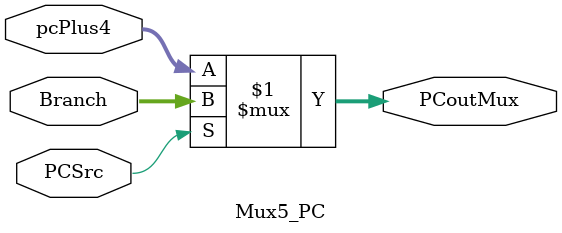
<source format=v>
module Mux5_PC (
  input  [31:0] pcPlus4, 
  input  [31:0] Branch, 
  input         PCSrc, 
  output [31:0] PCoutMux 
);

  assign PCoutMux = (PCSrc) ? Branch : pcPlus4;
endmodule
</source>
